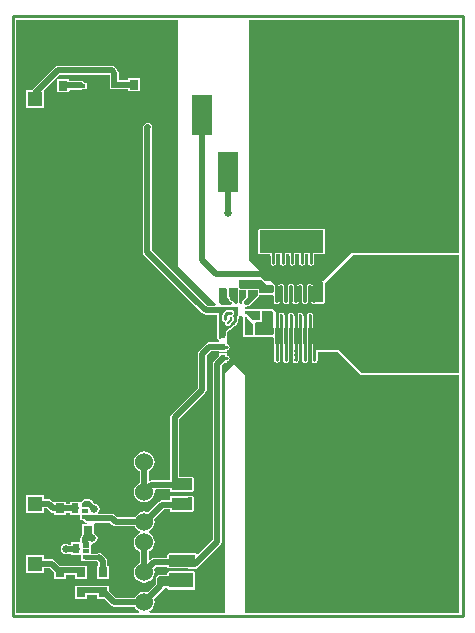
<source format=gtl>
%FSLAX25Y25*%
%MOIN*%
G70*
G01*
G75*
G04 Layer_Physical_Order=1*
G04 Layer_Color=32768*
%ADD10R,0.03000X0.03370*%
%ADD11R,0.03000X0.03000*%
%ADD12R,0.01181X0.02559*%
%ADD13R,0.07000X0.13500*%
%ADD14R,0.06890X0.05709*%
%ADD15R,0.02953X0.01181*%
%ADD16R,0.02362X0.01181*%
%ADD17R,0.01575X0.02362*%
%ADD18C,0.00886*%
G04:AMPARAMS|DCode=19|XSize=10.83mil|YSize=57.36mil|CornerRadius=2.71mil|HoleSize=0mil|Usage=FLASHONLY|Rotation=180.000|XOffset=0mil|YOffset=0mil|HoleType=Round|Shape=RoundedRectangle|*
%AMROUNDEDRECTD19*
21,1,0.01083,0.05195,0,0,180.0*
21,1,0.00541,0.05736,0,0,180.0*
1,1,0.00541,-0.00271,0.02597*
1,1,0.00541,0.00271,0.02597*
1,1,0.00541,0.00271,-0.02597*
1,1,0.00541,-0.00271,-0.02597*
%
%ADD19ROUNDEDRECTD19*%
G04:AMPARAMS|DCode=20|XSize=10.83mil|YSize=25.79mil|CornerRadius=2.71mil|HoleSize=0mil|Usage=FLASHONLY|Rotation=180.000|XOffset=0mil|YOffset=0mil|HoleType=Round|Shape=RoundedRectangle|*
%AMROUNDEDRECTD20*
21,1,0.01083,0.02037,0,0,180.0*
21,1,0.00541,0.02579,0,0,180.0*
1,1,0.00541,-0.00271,0.01019*
1,1,0.00541,0.00271,0.01019*
1,1,0.00541,0.00271,-0.01019*
1,1,0.00541,-0.00271,-0.01019*
%
%ADD20ROUNDEDRECTD20*%
%ADD21R,0.02362X0.01575*%
%ADD22R,0.05000X0.03000*%
%ADD23R,0.03150X0.03150*%
%ADD24R,0.03937X0.07874*%
%ADD25C,0.02000*%
%ADD26C,0.01500*%
%ADD27C,0.01969*%
%ADD28C,0.01800*%
%ADD29C,0.01200*%
%ADD30C,0.00800*%
%ADD31C,0.01000*%
%ADD32C,0.00984*%
%ADD33C,0.00600*%
%ADD34C,0.01083*%
%ADD35R,0.08268X0.05118*%
%ADD36R,0.09055X0.03937*%
%ADD37R,0.07087X0.03937*%
%ADD38R,0.07087X0.04331*%
%ADD39R,0.02756X0.07087*%
%ADD40R,0.01969X0.07972*%
%ADD41C,0.00984*%
%ADD42C,0.06000*%
%ADD43C,0.05000*%
%ADD44R,0.05000X0.05000*%
%ADD45C,0.02500*%
%ADD46C,0.02000*%
%ADD47C,0.01000*%
G36*
X71161Y109350D02*
X71260Y109252D01*
Y106988D01*
Y106595D01*
X71680Y106175D01*
X71816Y106038D01*
X71816Y106038D01*
X71893Y105923D01*
X71913Y105823D01*
X71997Y105697D01*
X72055Y105557D01*
X72747Y104865D01*
X72887Y104807D01*
X73013Y104723D01*
X72840Y103855D01*
X72835Y103839D01*
X69882D01*
X68799Y104921D01*
X68701Y105020D01*
Y109449D01*
X71063D01*
X71161Y109350D01*
D02*
G37*
G36*
X55118Y142126D02*
Y116535D01*
X67579Y104075D01*
X67388Y103613D01*
X64899D01*
X62256Y106256D01*
X46350Y122161D01*
Y162575D01*
X46374Y162611D01*
X46489Y163189D01*
X46374Y163767D01*
X46047Y164256D01*
X45558Y164583D01*
X44980Y164698D01*
X44403Y164583D01*
X43913Y164256D01*
X43586Y163767D01*
X43577Y163719D01*
X43478Y163571D01*
X43364Y163000D01*
Y121543D01*
X43478Y120972D01*
X43802Y120487D01*
X60144Y104144D01*
X63225Y101064D01*
X63709Y100740D01*
X64280Y100627D01*
X68083D01*
Y92779D01*
X68122Y92684D01*
Y92580D01*
X68195Y92507D01*
X68235Y92412D01*
X68331Y92372D01*
X68404Y92299D01*
X68780Y92143D01*
Y92014D01*
X68780D01*
Y91562D01*
X68741Y91523D01*
X68741D01*
Y91371D01*
X65453D01*
X65453Y91371D01*
X64875Y91256D01*
X64713Y91148D01*
X64386Y90929D01*
X64386Y90929D01*
X62024Y88567D01*
X61696Y88077D01*
X61582Y87500D01*
Y76216D01*
X52933Y67567D01*
X52606Y67077D01*
X52491Y66500D01*
Y50661D01*
Y46473D01*
X52389Y46430D01*
X52236Y46063D01*
Y45380D01*
X46170D01*
X46170Y45380D01*
X45691Y45285D01*
X45445Y45486D01*
X45304Y45697D01*
Y48354D01*
X45550Y48456D01*
X46277Y49014D01*
X46835Y49741D01*
X47186Y50588D01*
X47305Y51496D01*
X47186Y52404D01*
X46835Y53251D01*
X46277Y53978D01*
X45550Y54536D01*
X44704Y54887D01*
X43795Y55006D01*
X42887Y54887D01*
X42040Y54536D01*
X41313Y53978D01*
X40756Y53251D01*
X40405Y52404D01*
X40285Y51496D01*
X40405Y50588D01*
X40756Y49741D01*
X41313Y49014D01*
X42040Y48456D01*
X42286Y48354D01*
Y44638D01*
X42040Y44536D01*
X41313Y43978D01*
X40756Y43251D01*
X40405Y42404D01*
X40285Y41496D01*
X40405Y40588D01*
X40756Y39741D01*
X41313Y39014D01*
X42040Y38456D01*
X42887Y38106D01*
X43795Y37986D01*
X44704Y38106D01*
X45550Y38456D01*
X46277Y39014D01*
X46835Y39741D01*
X47186Y40588D01*
X47305Y41496D01*
X47241Y41986D01*
X47570Y42362D01*
X52236D01*
Y42126D01*
X52351Y41850D01*
Y41706D01*
X52515D01*
X52756Y41606D01*
X59842D01*
X60210Y41759D01*
X60362Y42126D01*
Y46063D01*
X60210Y46430D01*
X59842Y46582D01*
X55509D01*
Y50661D01*
Y65875D01*
X64158Y74524D01*
X64485Y75013D01*
X64600Y75590D01*
Y86875D01*
X66078Y88353D01*
X68741D01*
Y88201D01*
X71276D01*
Y88866D01*
X71642Y88939D01*
X71966Y89156D01*
X72183Y89480D01*
X72259Y89862D01*
X72183Y90245D01*
X71966Y90569D01*
X71642Y90785D01*
X71276Y90858D01*
Y91523D01*
X71276D01*
Y91975D01*
X71315Y92014D01*
X71315D01*
Y93228D01*
X71332Y93235D01*
X71484Y93602D01*
Y94863D01*
X71529Y94908D01*
X72164Y95543D01*
X72297D01*
X72664Y95696D01*
X72664Y95696D01*
X73090Y96122D01*
D01*
X73708Y96740D01*
X73721Y96737D01*
X74103Y96813D01*
X74427Y97030D01*
X74644Y97354D01*
X74720Y97736D01*
X74717Y97749D01*
X75197Y98228D01*
Y99054D01*
X75329Y99252D01*
X75401Y99613D01*
X75357Y99832D01*
Y100000D01*
X76351D01*
X76668Y99613D01*
X76712Y99393D01*
Y95256D01*
X76772Y94957D01*
Y93209D01*
X86516D01*
X86908Y92816D01*
Y85610D01*
X86988Y85212D01*
X87213Y84874D01*
X87551Y84648D01*
X87950Y84569D01*
X88348Y84648D01*
X88686Y84874D01*
X88912Y85212D01*
X88991Y85610D01*
Y91339D01*
X90058D01*
Y85575D01*
X90137Y85176D01*
X90363Y84838D01*
X90701Y84613D01*
X91099Y84533D01*
X91498Y84613D01*
X91836Y84838D01*
X92061Y85176D01*
X92141Y85575D01*
Y91339D01*
X93208D01*
Y85575D01*
X93287Y85176D01*
X93512Y84838D01*
X93850Y84613D01*
X94249Y84533D01*
X94647Y84613D01*
X94985Y84838D01*
X95211Y85176D01*
X95290Y85575D01*
Y91339D01*
X96357D01*
Y85575D01*
X96436Y85176D01*
X96662Y84838D01*
X97000Y84613D01*
X97398Y84533D01*
X97797Y84613D01*
X98135Y84838D01*
X98361Y85176D01*
X98440Y85575D01*
Y91339D01*
X99507D01*
Y85575D01*
X99586Y85176D01*
X99812Y84838D01*
X100150Y84613D01*
X100548Y84533D01*
X100946Y84613D01*
X101284Y84838D01*
X101510Y85176D01*
X101589Y85575D01*
Y88260D01*
X108169D01*
Y88189D01*
X108237D01*
X108263Y88178D01*
X108279D01*
X113779Y82677D01*
X116142Y80315D01*
X148819D01*
Y1181D01*
X77559D01*
Y77953D01*
Y80216D01*
X75295Y82480D01*
X73552Y84224D01*
Y83928D01*
X73622Y83858D01*
X70866Y81102D01*
Y76378D01*
Y1181D01*
X45616D01*
X45519Y1671D01*
X45550Y1685D01*
X46277Y2242D01*
X46835Y2969D01*
X47186Y3816D01*
X47305Y4724D01*
X47186Y5633D01*
X47077Y5895D01*
X50268Y9086D01*
X50565Y9531D01*
X51449D01*
Y9449D01*
X51601Y9081D01*
X51968Y8929D01*
X60236D01*
X60604Y9081D01*
X60756Y9449D01*
Y14567D01*
X60604Y14934D01*
X60236Y15087D01*
X51968D01*
X51601Y14934D01*
X51449Y14567D01*
Y13894D01*
X49213D01*
X48641Y13781D01*
X48157Y13457D01*
X47833Y12973D01*
X47720Y12402D01*
Y10760D01*
X44966Y8006D01*
X44704Y8115D01*
X43795Y8234D01*
X42887Y8115D01*
X42040Y7764D01*
X41313Y7206D01*
X40756Y6479D01*
X40647Y6217D01*
X34394D01*
X32056Y8556D01*
X31901Y8710D01*
Y10262D01*
X27941D01*
Y10173D01*
X24815D01*
Y10262D01*
X20855D01*
Y5932D01*
X24815D01*
Y7187D01*
X27941D01*
Y5932D01*
X30456D01*
X32720Y3669D01*
X33204Y3345D01*
X33776Y3232D01*
X40647D01*
X40756Y2969D01*
X41313Y2242D01*
X42040Y1685D01*
X42072Y1671D01*
X41974Y1181D01*
X1181D01*
Y198819D01*
X55118D01*
Y142126D01*
D02*
G37*
G36*
X74902Y104331D02*
X74016D01*
X73781Y104566D01*
X73754Y104697D01*
X73550Y105002D01*
X73245Y105206D01*
X73114Y105232D01*
X72422Y105924D01*
X72382Y106126D01*
X72382Y106126D01*
X72248Y106327D01*
X72204Y106357D01*
X72183Y106406D01*
X72047Y106542D01*
Y109449D01*
X74902D01*
Y104331D01*
D02*
G37*
G36*
X81595Y108661D02*
Y107185D01*
X78347Y103937D01*
X77559D01*
X77165Y104527D01*
Y105066D01*
X77206Y105100D01*
X78092Y105850D01*
X78102Y105870D01*
X78123Y105879D01*
X78192Y106044D01*
X78274Y106203D01*
X78267Y106225D01*
X78276Y106246D01*
Y108661D01*
X78236Y108757D01*
Y108760D01*
X81496D01*
X81595Y108661D01*
D02*
G37*
G36*
X79823Y97835D02*
X80216Y97441D01*
Y94291D01*
Y93799D01*
X77291D01*
Y94957D01*
X77271Y95006D01*
X77281Y95058D01*
X77232Y95307D01*
Y99393D01*
X77211Y99442D01*
X77222Y99494D01*
X77210Y99553D01*
X77264Y99606D01*
X78051D01*
X79823Y97835D01*
D02*
G37*
G36*
X74902Y103150D02*
Y100155D01*
X74837Y100000D01*
Y99832D01*
X74858Y99783D01*
X74848Y99731D01*
X74871Y99613D01*
X74840Y99455D01*
X74765Y99343D01*
X74735Y99194D01*
X74677Y99054D01*
Y98444D01*
X74350Y98116D01*
X74329Y98067D01*
X74285Y98037D01*
X74260Y97913D01*
X74210Y97838D01*
X74154Y97557D01*
X74052Y97404D01*
X73900Y97303D01*
X73619Y97247D01*
X73544Y97196D01*
X73419Y97171D01*
X73390Y97127D01*
X73341Y97107D01*
X72297Y96063D01*
X71949D01*
X71161Y95276D01*
X70965Y95079D01*
Y93602D01*
X70079D01*
X69064Y92588D01*
X68602Y92779D01*
Y101920D01*
Y102165D01*
Y102559D01*
X69291Y103248D01*
X74803D01*
X74902Y103150D01*
D02*
G37*
G36*
X82382Y98917D02*
X79921D01*
X78347Y100492D01*
X78051Y100787D01*
X77264D01*
Y101476D01*
X77559Y101772D01*
X82382D01*
Y98917D01*
D02*
G37*
G36*
X86614Y101575D02*
X86811Y101378D01*
Y95768D01*
Y94095D01*
X86417Y93799D01*
X80848D01*
X80807Y93898D01*
X80807D01*
X80807Y93898D01*
Y97736D01*
Y97835D01*
X81102Y98130D01*
X81201Y98228D01*
X82776D01*
X82972Y98425D01*
Y101083D01*
Y101673D01*
X83142Y101843D01*
X86346D01*
X86614Y101575D01*
D02*
G37*
G36*
X148819Y131102D02*
Y121260D01*
X112992D01*
X103543Y111811D01*
X102953D01*
Y110433D01*
X102362Y109843D01*
X100009D01*
Y110068D01*
X99951Y110361D01*
X99785Y110609D01*
X99537Y110775D01*
X99244Y110834D01*
X98703D01*
X98410Y110775D01*
X98161Y110609D01*
X97995Y110361D01*
X97937Y110068D01*
Y109843D01*
X96860D01*
Y110068D01*
X96801Y110361D01*
X96636Y110609D01*
X96387Y110775D01*
X96094Y110834D01*
X95553D01*
X95260Y110775D01*
X95012Y110609D01*
X94846Y110361D01*
X94788Y110068D01*
Y109843D01*
X93710D01*
Y110068D01*
X93652Y110361D01*
X93486Y110609D01*
X93238Y110775D01*
X92945Y110834D01*
X92403D01*
X92111Y110775D01*
X91862Y110609D01*
X91696Y110361D01*
X91638Y110068D01*
Y109843D01*
X90561D01*
Y110068D01*
X90502Y110361D01*
X90336Y110609D01*
X90088Y110775D01*
X89795Y110834D01*
X89254D01*
X88961Y110775D01*
X88713Y110609D01*
X88547Y110361D01*
X88488Y110068D01*
Y109843D01*
X87411D01*
Y110072D01*
X87402Y110119D01*
Y110335D01*
X87315Y110421D01*
X87187Y110614D01*
X86994Y110742D01*
X86319Y111417D01*
X86024Y111713D01*
X84055D01*
Y111811D01*
X82776Y113091D01*
X82677Y113189D01*
Y114764D01*
X81201Y116240D01*
X80905Y116535D01*
X78740Y118701D01*
Y129134D01*
Y185827D01*
Y198819D01*
X148819D01*
Y131102D01*
D02*
G37*
G36*
Y81102D02*
X116142D01*
X108661Y88658D01*
Y88658D01*
X108462D01*
X108169Y88779D01*
X101589D01*
X101297Y88658D01*
X100787D01*
X100548Y88900D01*
Y89056D01*
Y100191D01*
X100015D01*
Y100321D01*
X99935Y100719D01*
X99710Y101057D01*
X99372Y101283D01*
X98973Y101362D01*
X98575Y101283D01*
X98237Y101057D01*
X98011Y100719D01*
X97932Y100321D01*
Y100191D01*
X96865D01*
Y100321D01*
X96786Y100719D01*
X96560Y101057D01*
X96222Y101283D01*
X95824Y101362D01*
X95425Y101283D01*
X95087Y101057D01*
X94862Y100719D01*
X94782Y100321D01*
Y100191D01*
X93715D01*
Y100321D01*
X93636Y100719D01*
X93410Y101057D01*
X93072Y101283D01*
X92674Y101362D01*
X92276Y101283D01*
X91938Y101057D01*
X91712Y100719D01*
X91633Y100321D01*
Y100191D01*
X90566D01*
Y100321D01*
X90487Y100719D01*
X90261Y101057D01*
X89923Y101283D01*
X89524Y101362D01*
X89126Y101283D01*
X88788Y101057D01*
X88562Y100719D01*
X88544Y100628D01*
X87402Y101782D01*
X86771Y102418D01*
X86748Y102362D01*
X77850D01*
X77644Y102818D01*
X77937Y103150D01*
X77953D01*
X78221Y103418D01*
X78346D01*
X78347Y103417D01*
X78714Y103570D01*
X81779Y106635D01*
X82074D01*
Y107090D01*
X82114Y107185D01*
X86417D01*
Y105361D01*
X86914D01*
Y104877D01*
X86972Y104584D01*
X87138Y104336D01*
X87386Y104170D01*
X87679Y104112D01*
X88220D01*
X88513Y104170D01*
X88762Y104336D01*
X88927Y104584D01*
X88986Y104877D01*
Y105361D01*
X90063D01*
Y104873D01*
X90121Y104580D01*
X90287Y104332D01*
X90536Y104166D01*
X90829Y104108D01*
X91370D01*
X91663Y104166D01*
X91911Y104332D01*
X92077Y104580D01*
X92135Y104873D01*
Y105361D01*
X93213D01*
Y104873D01*
X93271Y104580D01*
X93437Y104332D01*
X93685Y104166D01*
X93978Y104108D01*
X94520D01*
X94812Y104166D01*
X95061Y104332D01*
X95227Y104580D01*
X95285Y104873D01*
Y105361D01*
X96362D01*
Y104873D01*
X96421Y104580D01*
X96587Y104332D01*
X96835Y104166D01*
X97128Y104108D01*
X97669D01*
X97962Y104166D01*
X98210Y104332D01*
X98376Y104580D01*
X98435Y104873D01*
Y105361D01*
X99512D01*
Y104873D01*
X99570Y104580D01*
X99736Y104332D01*
X99985Y104166D01*
X100277Y104108D01*
X100819D01*
X101112Y104166D01*
X101169Y104205D01*
X103543D01*
X103911Y104357D01*
X104063Y104724D01*
Y105118D01*
Y111087D01*
X105118Y112205D01*
X105158Y112162D01*
X109055Y116098D01*
X113386Y120472D01*
X148819D01*
Y81102D01*
D02*
G37*
G36*
X77756Y106246D02*
X76870Y105497D01*
X76476Y105164D01*
Y104331D01*
X75590D01*
X75421Y104474D01*
Y108661D01*
X77756D01*
Y106246D01*
D02*
G37*
G36*
X83618Y111513D02*
X83688Y111345D01*
X83934Y111243D01*
X84055Y111122D01*
X84842Y110335D01*
X86417D01*
Y107776D01*
X82114D01*
Y108661D01*
X82087Y108728D01*
Y108858D01*
X82074Y108870D01*
Y109170D01*
X81775D01*
X81693Y109252D01*
X81562D01*
X81496Y109279D01*
X78236D01*
X78170Y109252D01*
X75886D01*
X75394Y109744D01*
Y112303D01*
X82828D01*
X83618Y111513D01*
D02*
G37*
%LPC*%
G36*
X18811Y179009D02*
X14851D01*
Y174679D01*
X18811D01*
Y175234D01*
X19197Y175551D01*
X19500Y175491D01*
X19963Y175583D01*
X22791D01*
X23369Y175698D01*
X23521Y175800D01*
X24748D01*
Y177941D01*
X24004D01*
X23858Y178159D01*
X23369Y178486D01*
X22791Y178601D01*
X18811D01*
Y179009D01*
D02*
G37*
G36*
X71276Y87685D02*
X68741D01*
Y86890D01*
X67043Y85192D01*
X66716Y84703D01*
X66601Y84125D01*
Y25428D01*
X61891Y20718D01*
X61401Y20816D01*
X61391Y20840D01*
X61024Y20992D01*
X51968D01*
X51601Y20840D01*
X51449Y20472D01*
Y19619D01*
X47181D01*
X47181Y19619D01*
X46604Y19504D01*
X46441Y19396D01*
X46114Y19177D01*
X46114Y19177D01*
X45766Y18829D01*
X45304Y19021D01*
Y21583D01*
X45550Y21685D01*
X46277Y22242D01*
X46835Y22969D01*
X47186Y23816D01*
X47305Y24724D01*
X47186Y25633D01*
X46835Y26479D01*
X46277Y27206D01*
X45550Y27764D01*
X45318Y27860D01*
Y28360D01*
X45550Y28456D01*
X46277Y29014D01*
X46835Y29741D01*
X47186Y30588D01*
X47305Y31496D01*
X47186Y32405D01*
X47122Y32559D01*
X50301Y35738D01*
X52236D01*
Y35433D01*
X52351Y35157D01*
Y35066D01*
X52388D01*
X52389Y35066D01*
X52756Y34914D01*
X59842D01*
X60210Y35066D01*
X60362Y35433D01*
Y39764D01*
X60210Y40131D01*
X59842Y40283D01*
X52756D01*
X52389Y40131D01*
X52236Y39764D01*
Y38724D01*
X49682D01*
X49111Y38611D01*
X48627Y38287D01*
X48627Y38287D01*
X45073Y34734D01*
X44704Y34887D01*
X43795Y35006D01*
X42887Y34887D01*
X42040Y34536D01*
X41313Y33978D01*
X40756Y33251D01*
X40647Y32989D01*
X34870D01*
X34126Y33733D01*
X33642Y34056D01*
X33071Y34170D01*
X28686D01*
X28602Y34295D01*
X28434Y34611D01*
X28795Y35152D01*
X28929Y35827D01*
X28795Y36502D01*
X28413Y37074D01*
X27840Y37456D01*
X27457Y37533D01*
X26857Y38133D01*
X26567Y38567D01*
X26077Y38894D01*
X25500Y39009D01*
X24000D01*
X23423Y38894D01*
X22933Y38567D01*
X22606Y38078D01*
X22604Y38070D01*
X22489D01*
D01*
D01*
X22489Y38071D01*
X22464D01*
Y38070D01*
X19142D01*
Y37509D01*
X17728D01*
Y38215D01*
X13768D01*
X13768Y38215D01*
Y38215D01*
X13521Y38113D01*
X13067Y38567D01*
X12577Y38894D01*
X12000Y39009D01*
X10480D01*
Y40480D01*
X4520D01*
Y34520D01*
X10480D01*
Y35991D01*
X11375D01*
X12433Y34933D01*
X12923Y34606D01*
X13500Y34491D01*
X13768D01*
Y33885D01*
X17728D01*
Y34491D01*
X19142D01*
Y33961D01*
X22464D01*
D01*
X22464D01*
X22489Y33937D01*
Y31993D01*
X23500D01*
X23747Y31622D01*
X24232Y31298D01*
X24635Y31218D01*
X24586Y30720D01*
X23217D01*
Y27351D01*
X22933Y27067D01*
X22606Y26577D01*
X22491Y26000D01*
Y24819D01*
X22387Y24693D01*
X19402D01*
Y23950D01*
X18572D01*
X18392Y24071D01*
X17717Y24205D01*
X17041Y24071D01*
X16469Y23688D01*
X16087Y23116D01*
X15953Y22441D01*
X16087Y21766D01*
X16469Y21194D01*
X17041Y20811D01*
X17717Y20677D01*
X18392Y20811D01*
X18572Y20932D01*
X19402D01*
Y20583D01*
X22724D01*
D01*
X22724D01*
X22748Y20559D01*
Y18614D01*
X23798D01*
X23930Y18526D01*
X24409Y18431D01*
X27958D01*
X28507Y17882D01*
Y16902D01*
X27941D01*
Y12572D01*
X31901D01*
Y16902D01*
X31493D01*
Y18500D01*
X31379Y19071D01*
X31056Y19556D01*
X29871Y20741D01*
X29386Y21064D01*
X28815Y21178D01*
X28244Y21064D01*
X28056Y20939D01*
X26070D01*
Y22551D01*
Y23927D01*
X26457Y24245D01*
X26500Y24236D01*
X27175Y24370D01*
X27747Y24753D01*
X28130Y25325D01*
X28264Y26000D01*
X28130Y26675D01*
X27747Y27247D01*
X27177Y27628D01*
Y30720D01*
X27177D01*
Y30831D01*
X27530Y31184D01*
X32452D01*
X33196Y30440D01*
X33681Y30117D01*
X34252Y30003D01*
X40647D01*
X40756Y29741D01*
X41313Y29014D01*
X42040Y28456D01*
X42272Y28360D01*
Y27860D01*
X42040Y27764D01*
X41313Y27206D01*
X40756Y26479D01*
X40405Y25633D01*
X40285Y24724D01*
X40405Y23816D01*
X40756Y22969D01*
X41313Y22242D01*
X42040Y21685D01*
X42286Y21583D01*
Y17866D01*
X42040Y17764D01*
X41313Y17206D01*
X40756Y16479D01*
X40405Y15633D01*
X40285Y14724D01*
X40405Y13816D01*
X40756Y12969D01*
X41313Y12242D01*
X42040Y11685D01*
X42887Y11334D01*
X43795Y11214D01*
X44704Y11334D01*
X45550Y11685D01*
X46277Y12242D01*
X46835Y12969D01*
X47186Y13816D01*
X47305Y14724D01*
X47186Y15633D01*
X47084Y15879D01*
X47461Y16256D01*
X47461Y16256D01*
X47806Y16601D01*
X51449D01*
Y16535D01*
X51601Y16168D01*
X51968Y16016D01*
X58347D01*
X58478Y15929D01*
X59055Y15814D01*
X60630D01*
X61207Y15929D01*
X61697Y16256D01*
X61697Y16256D01*
X61697Y16256D01*
X69177Y23736D01*
X69177Y23736D01*
X69504Y24226D01*
X69619Y24803D01*
Y83500D01*
X70482Y84363D01*
X71276D01*
Y85028D01*
X71642Y85101D01*
X71966Y85317D01*
X72183Y85641D01*
X72259Y86024D01*
X72183Y86406D01*
X71966Y86730D01*
X71850Y86808D01*
D01*
X71642Y86947D01*
X71276Y87020D01*
Y87685D01*
D02*
G37*
G36*
X10480Y20480D02*
X4520D01*
Y14520D01*
X10480D01*
Y15991D01*
X12375D01*
X13768Y14598D01*
Y12572D01*
X17728D01*
Y13811D01*
X20855D01*
Y12572D01*
X24815D01*
Y16902D01*
X20855D01*
Y16829D01*
X17728D01*
Y16902D01*
X15732D01*
X14067Y18567D01*
X13577Y18894D01*
X13000Y19009D01*
X10480D01*
Y20480D01*
D02*
G37*
G36*
X33000Y183509D02*
X15000D01*
X14423Y183394D01*
X13933Y183067D01*
X6433Y175567D01*
X6375Y175480D01*
X4520D01*
Y169520D01*
X10480D01*
Y175346D01*
X15625Y180491D01*
X32301D01*
Y177941D01*
X32252D01*
Y175800D01*
X33227D01*
X33233Y175796D01*
X33810Y175681D01*
X38311D01*
Y175025D01*
X42271D01*
Y179355D01*
X38311D01*
Y178699D01*
X35319D01*
Y181190D01*
X35204Y181767D01*
X34877Y182257D01*
X34877Y182257D01*
X34067Y183067D01*
X33577Y183394D01*
X33000Y183509D01*
D02*
G37*
G36*
X103543Y129260D02*
X82284D01*
X81916Y129107D01*
X81764Y128740D01*
Y121260D01*
X81916Y120893D01*
X82284Y120740D01*
X85865D01*
Y120669D01*
Y117975D01*
X85941Y117592D01*
X86157Y117268D01*
X86481Y117052D01*
X86864Y116976D01*
X86870Y116977D01*
X86876Y116976D01*
X87258Y117052D01*
X87582Y117268D01*
X87799Y117592D01*
X87875Y117975D01*
X87863Y118034D01*
Y119415D01*
X87875Y119475D01*
X87863Y119534D01*
Y120669D01*
Y120740D01*
X89014D01*
Y120669D01*
Y117975D01*
X89090Y117592D01*
X89307Y117268D01*
X89631Y117052D01*
X90013Y116976D01*
X90019Y116977D01*
X90025Y116976D01*
X90408Y117052D01*
X90732Y117268D01*
X90948Y117592D01*
X91024Y117975D01*
X91013Y118034D01*
Y119415D01*
X91024Y119475D01*
X91013Y119534D01*
Y120669D01*
Y120740D01*
X92164D01*
Y120669D01*
Y117975D01*
X92240Y117592D01*
X92456Y117268D01*
X92781Y117052D01*
X93163Y116976D01*
X93169Y116977D01*
X93175Y116976D01*
X93557Y117052D01*
X93881Y117268D01*
X94098Y117592D01*
X94174Y117975D01*
X94162Y118034D01*
Y119415D01*
X94174Y119475D01*
X94162Y119534D01*
Y120669D01*
Y120740D01*
X95313D01*
Y120669D01*
Y117975D01*
X95389Y117592D01*
X95606Y117268D01*
X95930Y117052D01*
X96313Y116976D01*
X96319Y116977D01*
X96324Y116976D01*
X96707Y117052D01*
X97031Y117268D01*
X97247Y117592D01*
X97324Y117975D01*
X97312Y118034D01*
Y119415D01*
X97324Y119475D01*
X97312Y119534D01*
Y120669D01*
Y120740D01*
X98463D01*
Y120669D01*
Y117975D01*
X98539Y117592D01*
X98756Y117268D01*
X99080Y117052D01*
X99462Y116976D01*
X99468Y116977D01*
X99474Y116976D01*
X99856Y117052D01*
X100180Y117268D01*
X100397Y117592D01*
X100473Y117975D01*
X100461Y118034D01*
Y119415D01*
X100473Y119475D01*
X100461Y119534D01*
Y120669D01*
Y120740D01*
X103543D01*
X103911Y120893D01*
X104063Y121260D01*
Y128740D01*
X103911Y129107D01*
X103543Y129260D01*
D02*
G37*
G36*
X71561Y102179D02*
X71182Y102103D01*
X70908Y101920D01*
X70861Y101888D01*
X70165Y101193D01*
X69950Y100871D01*
X69875Y100492D01*
X69875Y100492D01*
Y99641D01*
X69845Y99595D01*
X69769Y99213D01*
X69845Y98830D01*
X70061Y98506D01*
X70385Y98289D01*
X70513Y98264D01*
X70730Y98119D01*
X70654Y97736D01*
X70730Y97354D01*
X70947Y97030D01*
X71271Y96813D01*
X71653Y96737D01*
X72036Y96813D01*
X72360Y97030D01*
X72577Y97354D01*
X72586Y97400D01*
X73519Y98333D01*
X73714Y98624D01*
X73714Y98624D01*
X73714Y98624D01*
X73782Y98968D01*
Y99393D01*
X73826Y99613D01*
X73754Y99973D01*
X73550Y100278D01*
X73550Y100463D01*
X73586Y100487D01*
X73801Y100808D01*
X73876Y101187D01*
X73801Y101567D01*
X73586Y101888D01*
X73264Y102103D01*
X72885Y102179D01*
X71561D01*
X71561Y102179D01*
D02*
G37*
%LPD*%
G36*
X103543Y121260D02*
X82284D01*
Y128740D01*
X103543D01*
Y121260D01*
D02*
G37*
D10*
X15748Y36050D02*
D03*
Y42690D02*
D03*
X54331Y43871D02*
D03*
Y37231D02*
D03*
X54724Y18281D02*
D03*
Y11641D02*
D03*
X15748Y14737D02*
D03*
Y8097D02*
D03*
X29921D02*
D03*
Y14737D02*
D03*
X22835Y8097D02*
D03*
Y14737D02*
D03*
X40291Y177190D02*
D03*
Y170550D02*
D03*
X16831Y176844D02*
D03*
Y170204D02*
D03*
D11*
X25197Y28740D02*
D03*
X19697D02*
D03*
D12*
X59055Y38386D02*
D03*
Y43701D02*
D03*
X59449Y12795D02*
D03*
Y18110D02*
D03*
D13*
X63161Y167303D02*
D03*
X71878Y148051D02*
D03*
D14*
X28500Y173917D02*
D03*
D15*
X22791Y174902D02*
D03*
Y176870D02*
D03*
Y172933D02*
D03*
Y170965D02*
D03*
X34209Y176870D02*
D03*
Y174902D02*
D03*
Y170965D02*
D03*
Y172933D02*
D03*
D16*
X24150Y33063D02*
D03*
Y35032D02*
D03*
Y37000D02*
D03*
X20803Y33063D02*
D03*
Y35032D02*
D03*
Y37000D02*
D03*
X21063Y23622D02*
D03*
Y21654D02*
D03*
Y19685D02*
D03*
X24409Y23622D02*
D03*
Y21654D02*
D03*
Y19685D02*
D03*
D17*
X73552Y89862D02*
D03*
X70009D02*
D03*
X73552Y86024D02*
D03*
X70009D02*
D03*
X85068Y100098D02*
D03*
X81524D02*
D03*
X78768Y95374D02*
D03*
X82312D02*
D03*
X73060Y108268D02*
D03*
X69516D02*
D03*
X73590Y93675D02*
D03*
X70047D02*
D03*
D18*
X74460Y104337D02*
D03*
X76035D02*
D03*
X77609Y102762D02*
D03*
Y99613D02*
D03*
Y101187D02*
D03*
Y104337D02*
D03*
X72885Y101187D02*
D03*
Y99613D02*
D03*
X74460D02*
D03*
X76035D02*
D03*
X72885Y102762D02*
D03*
Y104337D02*
D03*
D19*
X89524Y107471D02*
D03*
X92674D02*
D03*
X95824D02*
D03*
X98973D02*
D03*
X100548Y107471D02*
D03*
X97398Y107471D02*
D03*
X94249D02*
D03*
X91099D02*
D03*
X87950Y107475D02*
D03*
X89524Y93471D02*
D03*
X92674D02*
D03*
X95824D02*
D03*
X98973D02*
D03*
X100548Y93471D02*
D03*
X97398Y93471D02*
D03*
X94249D02*
D03*
X91099D02*
D03*
X87950Y93475D02*
D03*
D20*
X86375Y105896D02*
D03*
Y109054D02*
D03*
Y91896D02*
D03*
Y95053D02*
D03*
D21*
X76575Y111446D02*
D03*
Y107902D02*
D03*
X80413D02*
D03*
Y111446D02*
D03*
D22*
X100103Y115088D02*
D03*
Y123088D02*
D03*
X93115D02*
D03*
Y115088D02*
D03*
X86127D02*
D03*
Y123088D02*
D03*
D23*
X105905Y85236D02*
D03*
D24*
Y92716D02*
D03*
D25*
X17717Y22441D02*
X21260D01*
X24000Y26000D02*
X25197Y27197D01*
Y28740D01*
X18202Y31736D02*
X19697Y30241D01*
Y28740D02*
Y30241D01*
X25197Y27303D02*
X26500Y26000D01*
X25197Y27303D02*
Y28740D01*
X24000Y24819D02*
X24409Y24409D01*
X24000Y24819D02*
Y26000D01*
X43795Y14724D02*
Y24724D01*
Y41496D02*
Y51496D01*
Y41496D02*
X46170Y43871D01*
X54331D01*
X54000Y44202D02*
X54331Y43871D01*
X54000Y44202D02*
Y50661D01*
X43795Y14724D02*
X47181Y18110D01*
X59055D01*
X43795Y14724D02*
X46394Y17323D01*
X71878Y134421D02*
Y148051D01*
X12000Y37500D02*
X13500Y36000D01*
X7500Y37500D02*
X12000D01*
X13500Y36000D02*
X21000D01*
X24000Y26000D02*
X26500D01*
X15180Y15320D02*
X23000D01*
X13000Y17500D02*
X15180Y15320D01*
X7500Y17500D02*
X13000D01*
X54000Y50661D02*
Y66500D01*
X63090Y75590D01*
X24000Y37500D02*
X25500D01*
X33810Y177190D02*
X40291D01*
X16831Y176844D02*
X17079Y177092D01*
X16831Y176844D02*
X17079Y177092D01*
X22791D01*
X33810Y177190D02*
Y181190D01*
X33000Y182000D02*
X33810Y181190D01*
X15000Y182000D02*
X33000D01*
X7500Y174500D02*
X15000Y182000D01*
X7500Y172500D02*
Y174500D01*
X63090Y75590D02*
Y87500D01*
X65453Y89862D02*
X70009D01*
X63090Y87500D02*
X65453Y89862D01*
X68110Y84125D02*
X70009Y86024D01*
X59055Y17323D02*
X60630D01*
X68110Y24803D02*
Y84125D01*
X60630Y17323D02*
X68110Y24803D01*
D26*
X24409Y19685D02*
X28815D01*
D27*
X30000Y18500D01*
X43795Y31496D02*
X43947D01*
X49682Y37231D01*
X54331D01*
X49213Y11024D02*
X53320D01*
X53937Y11641D01*
X43795Y4724D02*
X49213Y10142D01*
Y12402D01*
X53176D02*
X53937Y11641D01*
X49213Y12402D02*
X53176D01*
X26378Y32677D02*
X33071D01*
X34252Y31496D01*
X37996D01*
X62992Y118898D02*
Y122587D01*
X67716Y114173D02*
X83071D01*
X62992Y118898D02*
X67716Y114173D01*
X24803Y32677D02*
X26772D01*
X37996Y31496D02*
X43795D01*
X30000Y15320D02*
Y18500D01*
X29820Y8680D02*
X31000Y7500D01*
X23000Y8680D02*
X29820D01*
X62992Y122587D02*
Y167323D01*
X44857Y121543D02*
X61200Y105200D01*
X33776Y4724D02*
X43795D01*
X31000Y7500D02*
X33776Y4724D01*
X44857Y121543D02*
Y163000D01*
X61200Y105200D02*
X64280Y102120D01*
X69147D01*
D28*
X25500Y37500D02*
X27000Y36000D01*
D29*
X18202Y31736D02*
X19265Y32799D01*
X20702D01*
D30*
X82176Y105896D02*
X86375D01*
X79042Y102762D02*
X82176Y105896D01*
X69147Y94575D02*
Y102120D01*
Y94575D02*
X70047Y93675D01*
X69147Y102120D02*
X69790Y102762D01*
X72885Y98968D02*
Y99613D01*
X71653Y97736D02*
X72885Y98968D01*
X77609Y95256D02*
Y99613D01*
X76035Y94834D02*
Y99613D01*
X73616Y102762D02*
X74460Y101918D01*
Y99613D02*
Y101918D01*
X72885Y102762D02*
X73616D01*
X69790D02*
X72885D01*
X86375Y102824D02*
Y105896D01*
X77658Y102762D02*
X86313D01*
X70047Y93675D02*
Y94775D01*
X73590Y93675D02*
X73761Y93504D01*
X74705D01*
X76035Y94834D01*
X81988Y95768D02*
X86480D01*
X80178Y101187D02*
X81847Y99518D01*
X77609Y101187D02*
X80178D01*
D31*
X84326Y113287D02*
X86127Y115088D01*
X85301Y114185D02*
Y120235D01*
X101037Y114127D02*
Y120177D01*
X90013Y117975D02*
Y123975D01*
X93163Y117975D02*
Y123975D01*
X88439Y114175D02*
Y120225D01*
X91588Y113975D02*
Y120225D01*
X94738Y114375D02*
Y120225D01*
X97887Y114175D02*
Y120225D01*
X86864Y117975D02*
Y124475D01*
X96313Y117975D02*
Y123975D01*
X99462Y117975D02*
Y124275D01*
X82874Y114862D02*
X83366Y115354D01*
D32*
X70866Y99213D02*
Y100492D01*
X71561Y101187D01*
X70009Y89862D02*
X71260D01*
X70009Y86024D02*
X71260D01*
X71561Y101187D02*
X72885D01*
X0Y0D02*
X150000D01*
X0Y200000D02*
X150000D01*
D33*
X69969Y104337D02*
X72885D01*
X76813Y111446D02*
X80413D01*
X76035Y107719D02*
X76747Y108431D01*
X76035Y104337D02*
Y107719D01*
X69516Y108268D02*
X69835Y107949D01*
Y104471D02*
Y107949D01*
Y104471D02*
X69969Y104337D01*
X73060Y108268D02*
X74460Y106868D01*
Y104337D02*
Y106868D01*
X80347Y107075D02*
Y108431D01*
X77609Y104337D02*
X80347Y107075D01*
D34*
X96457Y80807D02*
X98948Y83298D01*
X90158Y80807D02*
X96457D01*
X98948Y83298D02*
Y84825D01*
X76034Y82628D02*
X77854Y80807D01*
X76034Y82628D02*
Y94834D01*
X77854Y80807D02*
X90158D01*
X89524Y81440D02*
X90158Y80807D01*
X89524Y81440D02*
Y84843D01*
X98948Y84825D02*
X99071D01*
X91099Y85575D02*
Y101771D01*
X94249Y85575D02*
Y101771D01*
X97398Y85575D02*
Y101771D01*
X100548Y85575D02*
Y101771D01*
X92674Y84825D02*
Y100321D01*
X95824Y84825D02*
Y100321D01*
X98973Y84825D02*
Y100321D01*
X87950Y101071D02*
Y101771D01*
Y98071D02*
Y99571D01*
Y101071D01*
X89524Y86343D02*
Y100321D01*
Y84843D02*
Y86343D01*
X87950Y85610D02*
Y98071D01*
D35*
X56102Y12008D02*
D03*
D36*
X56496Y18504D02*
D03*
D37*
X56299Y44094D02*
D03*
D38*
Y37598D02*
D03*
D39*
X102165Y108268D02*
D03*
D40*
X107283Y92766D02*
D03*
D41*
X150000Y0D02*
Y200000D01*
X0Y0D02*
Y200000D01*
D42*
X43795Y4724D02*
D03*
Y14724D02*
D03*
Y24724D02*
D03*
Y31496D02*
D03*
Y41496D02*
D03*
Y51496D02*
D03*
D43*
X133000Y155500D02*
D03*
Y145500D02*
D03*
Y135500D02*
D03*
Y125500D02*
D03*
X143000Y155500D02*
D03*
Y145500D02*
D03*
Y135500D02*
D03*
Y125500D02*
D03*
X133000Y75500D02*
D03*
Y65500D02*
D03*
Y55500D02*
D03*
Y45500D02*
D03*
X143000Y115500D02*
D03*
Y105500D02*
D03*
Y95500D02*
D03*
Y85500D02*
D03*
X7500Y182500D02*
D03*
X143000Y75500D02*
D03*
Y65500D02*
D03*
Y55500D02*
D03*
Y45500D02*
D03*
X7500Y7500D02*
D03*
Y27500D02*
D03*
X133000Y115500D02*
D03*
Y105500D02*
D03*
Y95500D02*
D03*
Y85500D02*
D03*
X100394Y77953D02*
D03*
D44*
X7500Y172500D02*
D03*
Y17500D02*
D03*
Y37500D02*
D03*
D45*
X17717Y22441D02*
D03*
X120000Y78000D02*
D03*
Y68000D02*
D03*
Y58000D02*
D03*
X120079Y38189D02*
D03*
Y48425D02*
D03*
X90000Y68000D02*
D03*
X100000D02*
D03*
X110000D02*
D03*
X90000Y78000D02*
D03*
X110000D02*
D03*
X90000Y48000D02*
D03*
X100000D02*
D03*
X110000D02*
D03*
X90000Y58000D02*
D03*
X100000D02*
D03*
X110000D02*
D03*
X113000Y144500D02*
D03*
X103000D02*
D03*
X93000D02*
D03*
X113000Y134500D02*
D03*
X103000D02*
D03*
X93000D02*
D03*
X123228Y144882D02*
D03*
Y154724D02*
D03*
Y134646D02*
D03*
X71878Y134421D02*
D03*
X26500Y26000D02*
D03*
X27165Y35827D02*
D03*
X110000Y38000D02*
D03*
X100000D02*
D03*
X90000D02*
D03*
X130000Y28000D02*
D03*
X120000D02*
D03*
X110000D02*
D03*
X100000D02*
D03*
X90000D02*
D03*
X130000Y18000D02*
D03*
X120000D02*
D03*
X110000D02*
D03*
X100000D02*
D03*
X90000D02*
D03*
X130000Y8000D02*
D03*
X120000D02*
D03*
X110000D02*
D03*
X100000D02*
D03*
X90000D02*
D03*
X140000D02*
D03*
Y18000D02*
D03*
Y28000D02*
D03*
X143000Y184500D02*
D03*
Y174500D02*
D03*
Y164500D02*
D03*
X113000Y154500D02*
D03*
X103000D02*
D03*
X93000D02*
D03*
Y164500D02*
D03*
X103000D02*
D03*
X113000D02*
D03*
X123000D02*
D03*
X133000D02*
D03*
X93000Y174500D02*
D03*
X103000D02*
D03*
X113000D02*
D03*
X123000D02*
D03*
X133000D02*
D03*
X93000Y184500D02*
D03*
X103000D02*
D03*
X113000D02*
D03*
X123000D02*
D03*
X133000D02*
D03*
X18202Y31736D02*
D03*
D46*
X26691Y172570D02*
D03*
Y175370D02*
D03*
X30191Y175270D02*
D03*
X30091Y172570D02*
D03*
X44980Y163189D02*
D03*
X19500Y177000D02*
D03*
D47*
X102657Y127878D02*
D03*
X99508Y127878D02*
D03*
X96358D02*
D03*
Y126378D02*
D03*
X99508D02*
D03*
X102657Y126378D02*
D03*
X93209Y127878D02*
D03*
X90059Y127976D02*
D03*
X86221Y127878D02*
D03*
X83071D02*
D03*
Y126378D02*
D03*
X86221D02*
D03*
X90059Y126476D02*
D03*
X93209Y126378D02*
D03*
X91600Y117225D02*
D03*
X85313Y117235D02*
D03*
Y118735D02*
D03*
X85301Y120187D02*
D03*
X101049Y117225D02*
D03*
Y118725D02*
D03*
X101037Y120177D02*
D03*
X73721Y97736D02*
D03*
X70768Y99213D02*
D03*
X71653Y97736D02*
D03*
X71850Y104337D02*
D03*
X75886Y97638D02*
D03*
X90025Y120975D02*
D03*
Y119475D02*
D03*
Y117975D02*
D03*
X93175Y120975D02*
D03*
Y119475D02*
D03*
Y117975D02*
D03*
X75886Y96161D02*
D03*
X69390Y95472D02*
D03*
X71260Y89862D02*
D03*
X71260Y86024D02*
D03*
X75886Y94784D02*
D03*
X86350Y87843D02*
D03*
X86375Y86360D02*
D03*
X87950Y85610D02*
D03*
Y87110D02*
D03*
Y88610D02*
D03*
X78740Y102854D02*
D03*
X80610D02*
D03*
X80250Y103971D02*
D03*
X91099Y88593D02*
D03*
Y87093D02*
D03*
Y85593D02*
D03*
X89524Y86343D02*
D03*
X100523Y85575D02*
D03*
Y87075D02*
D03*
Y88575D02*
D03*
X89499Y87825D02*
D03*
X92674Y89360D02*
D03*
X92649Y86325D02*
D03*
Y87825D02*
D03*
X95798D02*
D03*
Y86325D02*
D03*
X89524Y89360D02*
D03*
X94224Y85575D02*
D03*
Y87075D02*
D03*
Y88575D02*
D03*
X97373D02*
D03*
Y87075D02*
D03*
Y85575D02*
D03*
X86375Y89360D02*
D03*
X98948Y86325D02*
D03*
Y87825D02*
D03*
X97899Y120225D02*
D03*
Y118725D02*
D03*
Y117225D02*
D03*
X96324Y117975D02*
D03*
Y119475D02*
D03*
Y120975D02*
D03*
X94750Y117225D02*
D03*
Y118725D02*
D03*
Y120225D02*
D03*
X91600D02*
D03*
Y118725D02*
D03*
X88439Y120177D02*
D03*
X88450Y118725D02*
D03*
Y117225D02*
D03*
X86876Y117975D02*
D03*
Y119475D02*
D03*
Y120975D02*
D03*
X99474D02*
D03*
Y119475D02*
D03*
Y117975D02*
D03*
X100548Y98071D02*
D03*
Y99571D02*
D03*
Y101071D02*
D03*
X91099Y98071D02*
D03*
X87950Y101071D02*
D03*
Y99571D02*
D03*
Y98071D02*
D03*
X91099Y101071D02*
D03*
Y99571D02*
D03*
X92674Y97321D02*
D03*
Y98821D02*
D03*
Y100321D02*
D03*
X95824D02*
D03*
Y98821D02*
D03*
Y97321D02*
D03*
X94249Y98071D02*
D03*
Y99571D02*
D03*
Y101071D02*
D03*
X97398D02*
D03*
Y99571D02*
D03*
Y98071D02*
D03*
X98973Y97321D02*
D03*
Y98821D02*
D03*
Y100321D02*
D03*
X89524D02*
D03*
Y98821D02*
D03*
Y97321D02*
D03*
X95798Y89343D02*
D03*
X70669Y108858D02*
D03*
Y107579D02*
D03*
X98948Y89325D02*
D03*
M02*

</source>
